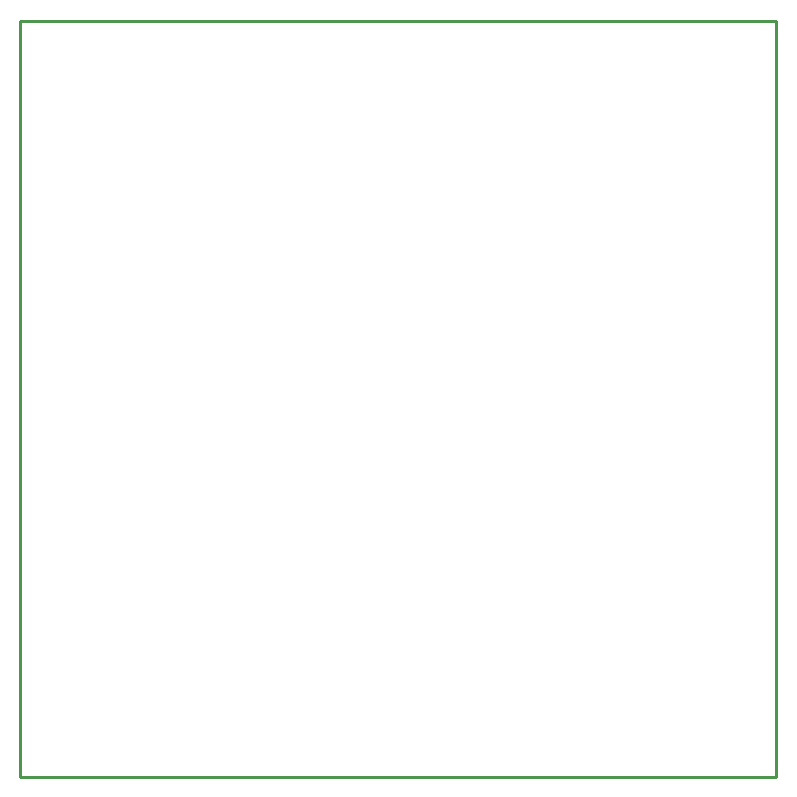
<source format=gm1>
G04 Layer_Color=16711935*
%FSLAX25Y25*%
%MOIN*%
G70*
G01*
G75*
%ADD13C,0.01000*%
D13*
X0Y252000D02*
X252000D01*
Y0D02*
Y252000D01*
X0Y0D02*
X252000D01*
X0D02*
Y252000D01*
X252000D01*
Y0D02*
Y252000D01*
X0Y0D02*
X252000D01*
X0D02*
Y252000D01*
M02*

</source>
